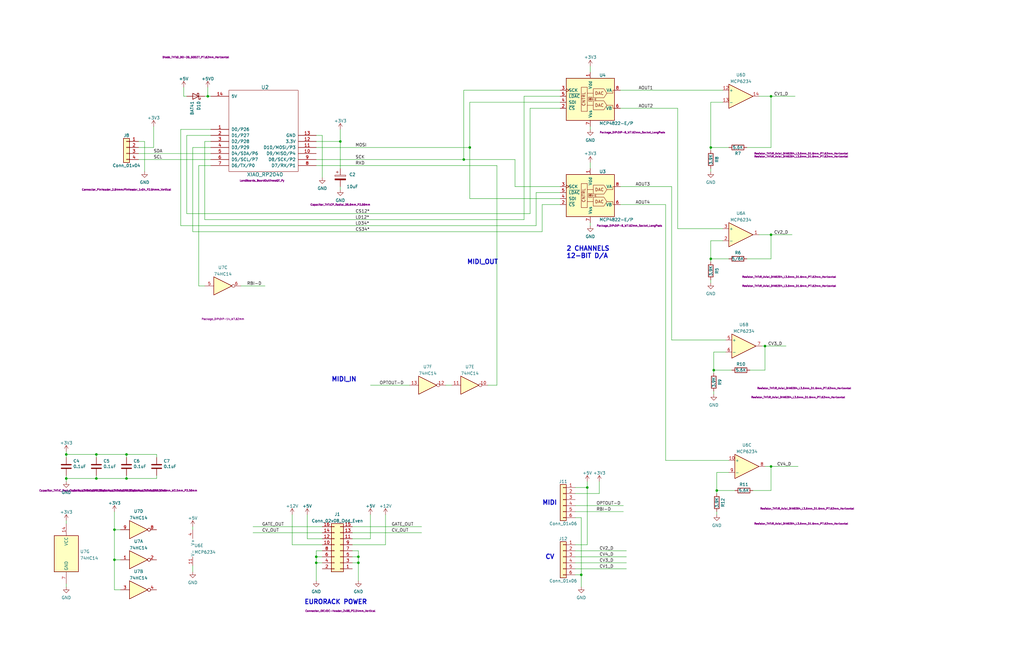
<source format=kicad_sch>
(kicad_sch (version 20211123) (generator eeschema)
  (paper "B")
  (title_block (title "SYNTH MIDI CONTROLLER") (date "2022-09-23") (rev "1") (company "LAND BOARDS LLC") (comment 1 "https://note.com/solder_state/n/n17e028497eba"))
  (lib_symbols
    (symbol "74xx:74HC04"
      (property "Reference" "U" (at 0 1.27 0))
      (property "Value" "74HC04" (at 0 -1.27 0))
      (symbol "74HC04_1_0"
        (polyline (pts (xy -3.81 3.81) (xy -3.81 -3.81) (xy 3.81 0) (xy -3.81 3.81)) (stroke (width 0.254)) (fill (type background)))
        (pin input line (at -7.62 0 0) (length 3.81) (name "~") (number "1"))
        (pin output inverted (at 7.62 0 180) (length 3.81) (name "~") (number "2"))
      )
      (symbol "74HC04_2_0"
        (polyline (pts (xy -3.81 3.81) (xy -3.81 -3.81) (xy 3.81 0) (xy -3.81 3.81)) (stroke (width 0.254)) (fill (type background)))
        (pin input line (at -7.62 0 0) (length 3.81) (name "~") (number "3"))
        (pin output inverted (at 7.62 0 180) (length 3.81) (name "~") (number "4"))
      )
      (symbol "74HC04_3_0"
        (polyline (pts (xy -3.81 3.81) (xy -3.81 -3.81) (xy 3.81 0) (xy -3.81 3.81)) (stroke (width 0.254)) (fill (type background)))
        (pin input line (at -7.62 0 0) (length 3.81) (name "~") (number "5"))
        (pin output inverted (at 7.62 0 180) (length 3.81) (name "~") (number "6"))
      )
      (symbol "74HC04_4_0"
        (polyline (pts (xy -3.81 3.81) (xy -3.81 -3.81) (xy 3.81 0) (xy -3.81 3.81)) (stroke (width 0.254)) (fill (type background)))
        (pin output inverted (at 7.62 0 180) (length 3.81) (name "~") (number "8"))
        (pin input line (at -7.62 0 0) (length 3.81) (name "~") (number "9"))
      )
      (symbol "74HC04_5_0"
        (polyline (pts (xy -3.81 3.81) (xy -3.81 -3.81) (xy 3.81 0) (xy -3.81 3.81)) (stroke (width 0.254)) (fill (type background)))
        (pin output inverted (at 7.62 0 180) (length 3.81) (name "~") (number "10"))
        (pin input line (at -7.62 0 0) (length 3.81) (name "~") (number "11"))
      )
      (symbol "74HC04_6_0"
        (polyline (pts (xy -3.81 3.81) (xy -3.81 -3.81) (xy 3.81 0) (xy -3.81 3.81)) (stroke (width 0.254)) (fill (type background)))
        (pin output inverted (at 7.62 0 180) (length 3.81) (name "~") (number "12"))
        (pin input line (at -7.62 0 0) (length 3.81) (name "~") (number "13"))
      )
      (symbol "74HC04_7_0"
        (pin power_in line (at 0 12.7 270) (length 5.08) (name "VCC") (number "14"))
        (pin power_in line (at 0 -12.7 90) (length 5.08) (name "GND") (number "7"))
      )
      (symbol "74HC04_7_1"
        (rectangle (start -5.08 7.62) (end 5.08 -7.62) (stroke (width 0.254)) (fill (type background)))
      )
    )
    (symbol "Amplifier_Operational:MCP6004" (pin_names (offset 0.127))
      (property "Reference" "U" (at 0 5.08 0))
      (property "Value" "MCP6004" (at 0 -5.08 0))
      (symbol "MCP6004_1_1"
        (polyline (pts (xy -5.08 5.08) (xy 5.08 0) (xy -5.08 -5.08) (xy -5.08 5.08)) (stroke (width 0.254)) (fill (type background)))
        (pin output line (at 7.62 0 180) (length 2.54) (name "~") (number "1"))
        (pin input line (at -7.62 -2.54 0) (length 2.54) (name "-") (number "2"))
        (pin input line (at -7.62 2.54 0) (length 2.54) (name "+") (number "3"))
      )
      (symbol "MCP6004_2_1"
        (polyline (pts (xy -5.08 5.08) (xy 5.08 0) (xy -5.08 -5.08) (xy -5.08 5.08)) (stroke (width 0.254)) (fill (type background)))
        (pin input line (at -7.62 2.54 0) (length 2.54) (name "+") (number "5"))
        (pin input line (at -7.62 -2.54 0) (length 2.54) (name "-") (number "6"))
        (pin output line (at 7.62 0 180) (length 2.54) (name "~") (number "7"))
      )
      (symbol "MCP6004_3_1"
        (polyline (pts (xy -5.08 5.08) (xy 5.08 0) (xy -5.08 -5.08) (xy -5.08 5.08)) (stroke (width 0.254)) (fill (type background)))
        (pin input line (at -7.62 2.54 0) (length 2.54) (name "+") (number "10"))
        (pin output line (at 7.62 0 180) (length 2.54) (name "~") (number "8"))
        (pin input line (at -7.62 -2.54 0) (length 2.54) (name "-") (number "9"))
      )
      (symbol "MCP6004_4_1"
        (polyline (pts (xy -5.08 5.08) (xy 5.08 0) (xy -5.08 -5.08) (xy -5.08 5.08)) (stroke (width 0.254)) (fill (type background)))
        (pin input line (at -7.62 2.54 0) (length 2.54) (name "+") (number "12"))
        (pin input line (at -7.62 -2.54 0) (length 2.54) (name "-") (number "13"))
        (pin output line (at 7.62 0 180) (length 2.54) (name "~") (number "14"))
      )
      (symbol "MCP6004_5_1"
        (pin power_in line (at -2.54 -7.62 90) (length 3.81) (name "V-") (number "11"))
        (pin power_in line (at -2.54 7.62 270) (length 3.81) (name "V+") (number "4"))
      )
    )
    (symbol "Analog_DAC:MCP4822" (pin_names (offset 1.016))
      (property "Reference" "U" (at -2.54 10.795 0))
      (property "Value" "MCP4822" (at -2.54 8.89 0))
      (symbol "MCP4822_0_0"
        (polyline (pts (xy 0 -1.778) (xy 0 -0.635)))
        (polyline (pts (xy 0.381 -0.889) (xy 0.508 -0.762)))
        (polyline (pts (xy 2.286 -1.143) (xy 2.286 -1.905)))
        (polyline (pts (xy 0.381 -0.889) (xy -0.381 -0.889) (xy -0.508 -1.016)))
        (polyline (pts (xy 0.762 -1.27) (xy 2.286 -1.27) (xy 2.286 -0.762)))
        (polyline (pts (xy 0 -0.889) (xy 0.508 -1.397) (xy -0.508 -1.397) (xy 0 -0.889)))
        (polyline (pts (xy 6.985 -3.81) (xy 9.525 -3.81) (xy 9.525 -5.08) (xy 10.16 -5.08)))
        (polyline (pts (xy 6.985 1.27) (xy 9.525 1.27) (xy 9.525 2.54) (xy 10.16 2.54)))
        (rectangle (start 0.762 -0.381) (end -0.762 -2.032))
        (text "CNTRL" (at -2.032 -4.191 900) (effects (font (size 1.27 1.27)) (justify left bottom)))
        (text "DAC" (at 3.81 -3.81 0) (effects (font (size 1.27 1.27))))
        (text "DAC" (at 3.81 1.27 0) (effects (font (size 1.27 1.27))))
      )
      (symbol "MCP4822_0_1"
        (rectangle (start -10.16 7.62) (end 10.16 -10.16) (stroke (width 0.254)) (fill (type background)))
        (rectangle (start -1.27 -6.35) (end -3.81 3.81))
        (polyline (pts (xy 1.27 -3.81) (xy -1.27 -3.81)))
        (polyline (pts (xy 1.27 1.27) (xy -1.27 1.27)))
        (polyline (pts (xy 6.985 -3.81) (xy 5.715 -1.905) (xy 1.27 -1.905) (xy 1.27 -5.715) (xy 5.715 -5.715) (xy 6.985 -3.81)))
        (polyline (pts (xy 6.985 1.27) (xy 5.715 3.175) (xy 1.27 3.175) (xy 1.27 -0.635) (xy 5.715 -0.635) (xy 6.985 1.27)))
      )
      (symbol "MCP4822_1_1"
        (pin power_in line (at 0 10.16 270) (length 2.54) (name "Vdd") (number "1"))
        (pin input line (at -12.7 -5.08 0) (length 2.54) (name "~{CS}") (number "2"))
        (pin input clock (at -12.7 2.54 0) (length 2.54) (name "SCK") (number "3"))
        (pin input line (at -12.7 -2.54 0) (length 2.54) (name "SDI") (number "4"))
        (pin input line (at -12.7 0 0) (length 2.54) (name "~{LDAC}") (number "5"))
        (pin output line (at 12.7 -5.08 180) (length 2.54) (name "VB") (number "6"))
        (pin power_in line (at 0 -12.7 90) (length 2.54) (name "Vss") (number "7"))
        (pin output line (at 12.7 2.54 180) (length 2.54) (name "VA") (number "8"))
      )
    )
    (symbol "Connector_Generic:Conn_01x04" (pin_names (offset 1.016) hide)
      (property "Reference" "J" (at 0 5.08 0))
      (property "Value" "Conn_01x04" (at 0 -7.62 0))
      (symbol "Conn_01x04_1_1"
        (rectangle (start -1.27 -4.953) (end 0 -5.207) (stroke (width 0.1524)))
        (rectangle (start -1.27 -2.413) (end 0 -2.667) (stroke (width 0.1524)))
        (rectangle (start -1.27 0.127) (end 0 -0.127) (stroke (width 0.1524)))
        (rectangle (start -1.27 2.667) (end 0 2.413) (stroke (width 0.1524)))
        (rectangle (start -1.27 3.81) (end 1.27 -6.35) (stroke (width 0.254)) (fill (type background)))
        (pin passive line (at -5.08 2.54 0) (length 3.81) (name "Pin_1") (number "1"))
        (pin passive line (at -5.08 0 0) (length 3.81) (name "Pin_2") (number "2"))
        (pin passive line (at -5.08 -2.54 0) (length 3.81) (name "Pin_3") (number "3"))
        (pin passive line (at -5.08 -5.08 0) (length 3.81) (name "Pin_4") (number "4"))
      )
    )
    (symbol "Connector_Generic:Conn_01x06" (pin_names (offset 1.016) hide)
      (property "Reference" "J" (at 0 7.62 0))
      (property "Value" "Conn_01x06" (at 0 -10.16 0))
      (symbol "Conn_01x06_1_1"
        (rectangle (start -1.27 -7.493) (end 0 -7.747) (stroke (width 0.1524)))
        (rectangle (start -1.27 -4.953) (end 0 -5.207) (stroke (width 0.1524)))
        (rectangle (start -1.27 -2.413) (end 0 -2.667) (stroke (width 0.1524)))
        (rectangle (start -1.27 0.127) (end 0 -0.127) (stroke (width 0.1524)))
        (rectangle (start -1.27 2.667) (end 0 2.413) (stroke (width 0.1524)))
        (rectangle (start -1.27 5.207) (end 0 4.953) (stroke (width 0.1524)))
        (rectangle (start -1.27 6.35) (end 1.27 -8.89) (stroke (width 0.254)) (fill (type background)))
        (pin passive line (at -5.08 5.08 0) (length 3.81) (name "Pin_1") (number "1"))
        (pin passive line (at -5.08 2.54 0) (length 3.81) (name "Pin_2") (number "2"))
        (pin passive line (at -5.08 0 0) (length 3.81) (name "Pin_3") (number "3"))
        (pin passive line (at -5.08 -2.54 0) (length 3.81) (name "Pin_4") (number "4"))
        (pin passive line (at -5.08 -5.08 0) (length 3.81) (name "Pin_5") (number "5"))
        (pin passive line (at -5.08 -7.62 0) (length 3.81) (name "Pin_6") (number "6"))
      )
    )
    (symbol "Connector_Generic:Conn_02x08_Odd_Even" (pin_names (offset 1.016) hide)
      (property "Reference" "J" (at 1.27 10.16 0))
      (property "Value" "Conn_02x08_Odd_Even" (at 1.27 -12.7 0))
      (symbol "Conn_02x08_Odd_Even_1_1"
        (rectangle (start -1.27 -10.033) (end 0 -10.287) (stroke (width 0.1524)))
        (rectangle (start -1.27 -7.493) (end 0 -7.747) (stroke (width 0.1524)))
        (rectangle (start -1.27 -4.953) (end 0 -5.207) (stroke (width 0.1524)))
        (rectangle (start -1.27 -2.413) (end 0 -2.667) (stroke (width 0.1524)))
        (rectangle (start -1.27 0.127) (end 0 -0.127) (stroke (width 0.1524)))
        (rectangle (start -1.27 2.667) (end 0 2.413) (stroke (width 0.1524)))
        (rectangle (start -1.27 5.207) (end 0 4.953) (stroke (width 0.1524)))
        (rectangle (start -1.27 7.747) (end 0 7.493) (stroke (width 0.1524)))
        (rectangle (start -1.27 8.89) (end 3.81 -11.43) (stroke (width 0.254)) (fill (type background)))
        (rectangle (start 3.81 -10.033) (end 2.54 -10.287) (stroke (width 0.1524)))
        (rectangle (start 3.81 -7.493) (end 2.54 -7.747) (stroke (width 0.1524)))
        (rectangle (start 3.81 -4.953) (end 2.54 -5.207) (stroke (width 0.1524)))
        (rectangle (start 3.81 -2.413) (end 2.54 -2.667) (stroke (width 0.1524)))
        (rectangle (start 3.81 0.127) (end 2.54 -0.127) (stroke (width 0.1524)))
        (rectangle (start 3.81 2.667) (end 2.54 2.413) (stroke (width 0.1524)))
        (rectangle (start 3.81 5.207) (end 2.54 4.953) (stroke (width 0.1524)))
        (rectangle (start 3.81 7.747) (end 2.54 7.493) (stroke (width 0.1524)))
        (pin passive line (at -5.08 7.62 0) (length 3.81) (name "Pin_1") (number "1"))
        (pin passive line (at 7.62 -2.54 180) (length 3.81) (name "Pin_10") (number "10"))
        (pin passive line (at -5.08 -5.08 0) (length 3.81) (name "Pin_11") (number "11"))
        (pin passive line (at 7.62 -5.08 180) (length 3.81) (name "Pin_12") (number "12"))
        (pin passive line (at -5.08 -7.62 0) (length 3.81) (name "Pin_13") (number "13"))
        (pin passive line (at 7.62 -7.62 180) (length 3.81) (name "Pin_14") (number "14"))
        (pin passive line (at -5.08 -10.16 0) (length 3.81) (name "Pin_15") (number "15"))
        (pin passive line (at 7.62 -10.16 180) (length 3.81) (name "Pin_16") (number "16"))
        (pin passive line (at 7.62 7.62 180) (length 3.81) (name "Pin_2") (number "2"))
        (pin passive line (at -5.08 5.08 0) (length 3.81) (name "Pin_3") (number "3"))
        (pin passive line (at 7.62 5.08 180) (length 3.81) (name "Pin_4") (number "4"))
        (pin passive line (at -5.08 2.54 0) (length 3.81) (name "Pin_5") (number "5"))
        (pin passive line (at 7.62 2.54 180) (length 3.81) (name "Pin_6") (number "6"))
        (pin passive line (at -5.08 0 0) (length 3.81) (name "Pin_7") (number "7"))
        (pin passive line (at 7.62 0 180) (length 3.81) (name "Pin_8") (number "8"))
        (pin passive line (at -5.08 -2.54 0) (length 3.81) (name "Pin_9") (number "9"))
      )
    )
    (symbol "Device:C" (pin_numbers hide) (pin_names (offset 0.254))
      (property "Reference" "C" (at 0.635 2.54 0))
      (property "Value" "C" (at 0.635 -2.54 0))
      (symbol "C_0_1"
        (polyline (pts (xy -2.032 -0.762) (xy 2.032 -0.762)) (stroke (width 0.508)))
        (polyline (pts (xy -2.032 0.762) (xy 2.032 0.762)) (stroke (width 0.508)))
      )
      (symbol "C_1_1"
        (pin passive line (at 0 3.81 270) (length 2.794) (name "~") (number "1"))
        (pin passive line (at 0 -3.81 90) (length 2.794) (name "~") (number "2"))
      )
    )
    (symbol "Device:C_Polarized" (pin_numbers hide) (pin_names (offset 0.254))
      (property "Reference" "C" (at 0.635 2.54 0))
      (property "Value" "C_Polarized" (at 0.635 -2.54 0))
      (symbol "C_Polarized_0_1"
        (rectangle (start -2.286 0.508) (end 2.286 1.016))
        (polyline (pts (xy -1.778 2.286) (xy -0.762 2.286)))
        (polyline (pts (xy -1.27 2.794) (xy -1.27 1.778)))
        (rectangle (start 2.286 -0.508) (end -2.286 -1.016) (fill (type outline)))
      )
      (symbol "C_Polarized_1_1"
        (pin passive line (at 0 3.81 270) (length 2.794) (name "~") (number "1"))
        (pin passive line (at 0 -3.81 90) (length 2.794) (name "~") (number "2"))
      )
    )
    (symbol "Device:D_Schottky" (pin_numbers hide) (pin_names (offset 1.016) hide)
      (property "Reference" "D" (at 0 2.54 0))
      (property "Value" "D_Schottky" (at 0 -2.54 0))
      (symbol "D_Schottky_0_1"
        (polyline (pts (xy 1.27 0) (xy -1.27 0)))
        (polyline (pts (xy 1.27 1.27) (xy 1.27 -1.27) (xy -1.27 0) (xy 1.27 1.27)) (stroke (width 0.254)))
        (polyline (pts (xy -1.905 0.635) (xy -1.905 1.27) (xy -1.27 1.27) (xy -1.27 -1.27) (xy -0.635 -1.27) (xy -0.635 -0.635)) (stroke (width 0.254)))
      )
      (symbol "D_Schottky_1_1"
        (pin passive line (at -3.81 0 0) (length 2.54) (name "K") (number "1"))
        (pin passive line (at 3.81 0 180) (length 2.54) (name "A") (number "2"))
      )
    )
    (symbol "Device:R" (pin_numbers hide) (pin_names (offset 0))
      (property "Reference" "R" (at 2.032 0 90))
      (property "Value" "R" (at 0 0 90))
      (symbol "R_0_1"
        (rectangle (start -1.016 -2.54) (end 1.016 2.54) (stroke (width 0.254)))
      )
      (symbol "R_1_1"
        (pin passive line (at 0 3.81 270) (length 1.27) (name "~") (number "1"))
        (pin passive line (at 0 -3.81 90) (length 1.27) (name "~") (number "2"))
      )
    )
    (symbol "LandBoards_Cards:XIAO_RP2040" (pin_names (offset 1.016))
      (property "Reference" "BRD" (at 0 25.4 0))
      (property "Value" "XIAO_RP2040" (at 0 -11.43 0))
      (symbol "XIAO_RP2040_0_0"
        (rectangle (start -15.24 24.13) (end 13.97 -10.16))
      )
      (symbol "XIAO_RP2040_1_1"
        (pin bidirectional line (at -22.86 7.62 0) (length 7.62) (name "D0/P26") (number "1"))
        (pin bidirectional line (at 21.59 -2.54 180) (length 7.62) (name "D9/MISO/P4") (number "10"))
        (pin bidirectional line (at 21.59 0 180) (length 7.62) (name "D10/MOSI/P3") (number "11"))
        (pin power_out line (at 21.59 2.54 180) (length 7.62) (name "3.3V") (number "12"))
        (pin power_in line (at 21.59 5.08 180) (length 7.62) (name "GND") (number "13"))
        (pin power_in line (at -22.86 21.59 0) (length 7.62) (name "5V") (number "14"))
        (pin bidirectional line (at -22.86 5.08 0) (length 7.62) (name "D1/P27") (number "2"))
        (pin bidirectional line (at -22.86 2.54 0) (length 7.62) (name "D2/P28") (number "3"))
        (pin bidirectional line (at -22.86 0 0) (length 7.62) (name "D3/P29") (number "4"))
        (pin bidirectional line (at -22.86 -2.54 0) (length 7.62) (name "D4/SDA/P6") (number "5"))
        (pin bidirectional line (at -22.86 -5.08 0) (length 7.62) (name "D5/SCL/P7") (number "6"))
        (pin bidirectional line (at -22.86 -7.62 0) (length 7.62) (name "D6/TX/P0") (number "7"))
        (pin bidirectional line (at 21.59 -7.62 180) (length 7.62) (name "D7/RX/P1") (number "8"))
        (pin bidirectional line (at 21.59 -5.08 180) (length 7.62) (name "D8/SCK/P2") (number "9"))
      )
    )
    (symbol "power:+12V" (power) (pin_names (offset 0))
      (property "Value" "+12V" (at 0 3.556 0))
      (symbol "+12V_0_1"
        (polyline (pts (xy -0.762 1.27) (xy 0 2.54)))
        (polyline (pts (xy 0 0) (xy 0 2.54)))
        (polyline (pts (xy 0 2.54) (xy 0.762 1.27)))
      )
      (symbol "+12V_1_1"
        (pin power_in line (at 0 0 90) (length 0) hide (name "+12V") (number "1"))
      )
    )
    (symbol "power:+3.3V" (power) (pin_names (offset 0))
      (property "Value" "+3.3V" (at 0 3.556 0))
      (symbol "+3.3V_0_1"
        (polyline (pts (xy -0.762 1.27) (xy 0 2.54)))
        (polyline (pts (xy 0 0) (xy 0 2.54)))
        (polyline (pts (xy 0 2.54) (xy 0.762 1.27)))
      )
      (symbol "+3.3V_1_1"
        (pin power_in line (at 0 0 90) (length 0) hide (name "+3V3") (number "1"))
      )
    )
    (symbol "power:+5V" (power) (pin_names (offset 0))
      (property "Value" "+5V" (at 0 3.556 0))
      (symbol "+5V_0_1"
        (polyline (pts (xy -0.762 1.27) (xy 0 2.54)))
        (polyline (pts (xy 0 0) (xy 0 2.54)))
        (polyline (pts (xy 0 2.54) (xy 0.762 1.27)))
      )
      (symbol "+5V_1_1"
        (pin power_in line (at 0 0 90) (length 0) hide (name "+5V") (number "1"))
      )
    )
    (symbol "power:+5VD" (power) (pin_names (offset 0))
      (property "Value" "+5VD" (at 0 3.556 0))
      (symbol "+5VD_0_1"
        (polyline (pts (xy -0.762 1.27) (xy 0 2.54)))
        (polyline (pts (xy 0 0) (xy 0 2.54)))
        (polyline (pts (xy 0 2.54) (xy 0.762 1.27)))
      )
      (symbol "+5VD_1_1"
        (pin power_in line (at 0 0 90) (length 0) hide (name "+5VD") (number "1"))
      )
    )
    (symbol "power:GND" (power) (pin_names (offset 0))
      (property "Value" "GND" (at 0 -3.81 0))
      (symbol "GND_0_1"
        (polyline (pts (xy 0 0) (xy 0 -1.27) (xy 1.27 -1.27) (xy 0 -2.54) (xy -1.27 -1.27) (xy 0 -1.27)))
      )
      (symbol "GND_1_1"
        (pin power_in line (at 0 0 270) (length 0) hide (name "GND") (number "1"))
      )
    )
  )
  (junction (at 245.11 242.57))
  (junction (at 300.99 156.21))
  (junction (at 151.13 237.49))
  (junction (at 40.64 191.77))
  (junction (at 133.35 234.95))
  (junction (at 40.64 201.93))
  (junction (at 87.63 40.64))
  (junction (at 143.51 59.69))
  (junction (at 198.12 62.23))
  (junction (at 27.94 191.77))
  (junction (at 53.34 191.77))
  (junction (at 48.26 223.52))
  (junction (at 299.72 62.23))
  (junction (at 325.12 99.06))
  (junction (at 151.13 234.95))
  (junction (at 322.58 146.05))
  (junction (at 325.12 196.85))
  (junction (at 302.26 207.01))
  (junction (at 133.35 237.49))
  (junction (at 27.94 201.93))
  (junction (at 195.58 67.31))
  (junction (at 48.26 236.22))
  (junction (at 247.65 205.74))
  (junction (at 299.72 109.22))
  (junction (at 325.12 40.64))
  (junction (at 53.34 201.93))
  (wire (pts (xy 283.21 78.74) (xy 283.21 143.51)))
  (wire (pts (xy 87.63 40.64) (xy 88.9 40.64)))
  (wire (pts (xy 88.9 57.15) (xy 78.74 57.15)))
  (wire (pts (xy 123.19 217.17) (xy 123.19 229.87)))
  (wire (pts (xy 151.13 234.95) (xy 151.13 237.49)))
  (wire (pts (xy 48.26 236.22) (xy 50.8 236.22)))
  (wire (pts (xy 133.35 59.69) (xy 143.51 59.69)))
  (wire (pts (xy 148.59 229.87) (xy 162.56 229.87)))
  (wire (pts (xy 322.58 156.21) (xy 322.58 146.05)))
  (wire (pts (xy 308.61 156.21) (xy 300.99 156.21)))
  (wire (pts (xy 60.96 59.69) (xy 60.96 72.39)))
  (wire (pts (xy 261.62 86.36) (xy 280.67 86.36)))
  (wire (pts (xy 299.72 109.22) (xy 299.72 101.6)))
  (wire (pts (xy 53.34 191.77) (xy 66.04 191.77)))
  (wire (pts (xy 81.28 238.76) (xy 81.28 241.3)))
  (wire (pts (xy 40.64 201.93) (xy 27.94 201.93)))
  (wire (pts (xy 101.6 120.65) (xy 111.76 120.65)))
  (wire (pts (xy 248.92 93.98) (xy 248.92 95.25)))
  (wire (pts (xy 325.12 196.85) (xy 336.55 196.85)))
  (wire (pts (xy 27.94 190.5) (xy 27.94 191.77)))
  (wire (pts (xy 242.57 205.74) (xy 247.65 205.74)))
  (wire (pts (xy 148.59 222.25) (xy 177.8 222.25)))
  (wire (pts (xy 27.94 191.77) (xy 27.94 193.04)))
  (wire (pts (xy 242.57 234.95) (xy 264.16 234.95)))
  (wire (pts (xy 86.36 40.64) (xy 87.63 40.64)))
  (wire (pts (xy 86.36 59.69) (xy 86.36 92.71)))
  (wire (pts (xy 27.94 246.38) (xy 27.94 247.65)))
  (wire (pts (xy 261.62 78.74) (xy 283.21 78.74)))
  (wire (pts (xy 309.88 207.01) (xy 302.26 207.01)))
  (wire (pts (xy 307.34 109.22) (xy 299.72 109.22)))
  (wire (pts (xy 247.65 205.74) (xy 247.65 229.87)))
  (wire (pts (xy 242.57 213.36) (xy 262.89 213.36)))
  (wire (pts (xy 162.56 217.17) (xy 162.56 229.87)))
  (wire (pts (xy 236.22 86.36) (xy 228.6 86.36)))
  (wire (pts (xy 322.58 146.05) (xy 331.47 146.05)))
  (wire (pts (xy 223.52 45.72) (xy 223.52 90.17)))
  (wire (pts (xy 135.89 229.87) (xy 123.19 229.87)))
  (wire (pts (xy 40.64 191.77) (xy 53.34 191.77)))
  (wire (pts (xy 78.74 57.15) (xy 78.74 90.17)))
  (wire (pts (xy 77.47 36.83) (xy 77.47 40.64)))
  (wire (pts (xy 317.5 207.01) (xy 325.12 207.01)))
  (wire (pts (xy 148.59 232.41) (xy 151.13 232.41)))
  (wire (pts (xy 48.26 236.22) (xy 48.26 248.92)))
  (wire (pts (xy 53.34 200.66) (xy 53.34 201.93)))
  (wire (pts (xy 86.36 59.69) (xy 88.9 59.69)))
  (wire (pts (xy 48.26 215.9) (xy 48.26 223.52)))
  (wire (pts (xy 248.92 68.58) (xy 248.92 71.12)))
  (wire (pts (xy 299.72 118.11) (xy 299.72 119.38)))
  (wire (pts (xy 299.72 101.6) (xy 304.8 101.6)))
  (wire (pts (xy 66.04 201.93) (xy 53.34 201.93)))
  (wire (pts (xy 217.17 67.31) (xy 195.58 67.31)))
  (wire (pts (xy 77.47 40.64) (xy 78.74 40.64)))
  (wire (pts (xy 83.82 69.85) (xy 83.82 120.65)))
  (wire (pts (xy 106.68 222.25) (xy 135.89 222.25)))
  (wire (pts (xy 314.96 62.23) (xy 325.12 62.23)))
  (wire (pts (xy 321.31 146.05) (xy 322.58 146.05)))
  (wire (pts (xy 135.89 232.41) (xy 133.35 232.41)))
  (wire (pts (xy 198.12 83.82) (xy 198.12 62.23)))
  (wire (pts (xy 50.8 248.92) (xy 48.26 248.92)))
  (wire (pts (xy 322.58 196.85) (xy 325.12 196.85)))
  (wire (pts (xy 48.26 223.52) (xy 48.26 236.22)))
  (wire (pts (xy 245.11 242.57) (xy 242.57 242.57)))
  (wire (pts (xy 228.6 86.36) (xy 228.6 97.79)))
  (wire (pts (xy 242.57 232.41) (xy 264.16 232.41)))
  (wire (pts (xy 135.89 227.33) (xy 129.54 227.33)))
  (wire (pts (xy 133.35 237.49) (xy 135.89 237.49)))
  (wire (pts (xy 242.57 215.9) (xy 262.89 215.9)))
  (wire (pts (xy 299.72 43.18) (xy 304.8 43.18)))
  (wire (pts (xy 283.21 143.51) (xy 306.07 143.51)))
  (wire (pts (xy 325.12 40.64) (xy 335.28 40.64)))
  (wire (pts (xy 280.67 86.36) (xy 280.67 194.31)))
  (wire (pts (xy 242.57 237.49) (xy 264.16 237.49)))
  (wire (pts (xy 40.64 200.66) (xy 40.64 201.93)))
  (wire (pts (xy 83.82 120.65) (xy 86.36 120.65)))
  (wire (pts (xy 58.42 59.69) (xy 60.96 59.69)))
  (wire (pts (xy 285.75 96.52) (xy 304.8 96.52)))
  (wire (pts (xy 66.04 200.66) (xy 66.04 201.93)))
  (wire (pts (xy 27.94 201.93) (xy 27.94 200.66)))
  (wire (pts (xy 133.35 67.31) (xy 195.58 67.31)))
  (wire (pts (xy 151.13 232.41) (xy 151.13 234.95)))
  (wire (pts (xy 242.57 240.03) (xy 264.16 240.03)))
  (wire (pts (xy 299.72 62.23) (xy 299.72 63.5)))
  (wire (pts (xy 236.22 83.82) (xy 198.12 83.82)))
  (wire (pts (xy 53.34 201.93) (xy 40.64 201.93)))
  (wire (pts (xy 300.99 148.59) (xy 306.07 148.59)))
  (wire (pts (xy 133.35 69.85) (xy 209.55 69.85)))
  (wire (pts (xy 148.59 224.79) (xy 177.8 224.79)))
  (wire (pts (xy 220.98 92.71) (xy 220.98 40.64)))
  (wire (pts (xy 87.63 36.83) (xy 87.63 40.64)))
  (wire (pts (xy 58.42 64.77) (xy 88.9 64.77)))
  (wire (pts (xy 242.57 218.44) (xy 245.11 218.44)))
  (wire (pts (xy 280.67 194.31) (xy 307.34 194.31)))
  (wire (pts (xy 325.12 99.06) (xy 334.01 99.06)))
  (wire (pts (xy 247.65 229.87) (xy 242.57 229.87)))
  (wire (pts (xy 325.12 62.23) (xy 325.12 40.64)))
  (wire (pts (xy 299.72 71.12) (xy 299.72 72.39)))
  (wire (pts (xy 302.26 199.39) (xy 307.34 199.39)))
  (wire (pts (xy 195.58 38.1) (xy 195.58 67.31)))
  (wire (pts (xy 133.35 232.41) (xy 133.35 234.95)))
  (wire (pts (xy 245.11 242.57) (xy 245.11 247.65)))
  (wire (pts (xy 133.35 57.15) (xy 135.89 57.15)))
  (wire (pts (xy 261.62 38.1) (xy 304.8 38.1)))
  (wire (pts (xy 27.94 191.77) (xy 40.64 191.77)))
  (wire (pts (xy 252.73 203.2) (xy 252.73 208.28)))
  (wire (pts (xy 86.36 92.71) (xy 220.98 92.71)))
  (wire (pts (xy 325.12 207.01) (xy 325.12 196.85)))
  (wire (pts (xy 78.74 90.17) (xy 223.52 90.17)))
  (wire (pts (xy 81.28 222.25) (xy 81.28 223.52)))
  (wire (pts (xy 242.57 208.28) (xy 252.73 208.28)))
  (wire (pts (xy 198.12 43.18) (xy 236.22 43.18)))
  (wire (pts (xy 302.26 215.9) (xy 302.26 217.17)))
  (wire (pts (xy 217.17 78.74) (xy 217.17 67.31)))
  (wire (pts (xy 143.51 80.01) (xy 143.51 78.74)))
  (wire (pts (xy 48.26 223.52) (xy 50.8 223.52)))
  (wire (pts (xy 220.98 40.64) (xy 236.22 40.64)))
  (wire (pts (xy 76.2 95.25) (xy 226.06 95.25)))
  (wire (pts (xy 223.52 45.72) (xy 236.22 45.72)))
  (wire (pts (xy 248.92 53.34) (xy 248.92 54.61)))
  (wire (pts (xy 76.2 54.61) (xy 76.2 95.25)))
  (wire (pts (xy 300.99 156.21) (xy 300.99 148.59)))
  (wire (pts (xy 133.35 237.49) (xy 133.35 245.11)))
  (wire (pts (xy 325.12 109.22) (xy 325.12 99.06)))
  (wire (pts (xy 226.06 95.25) (xy 226.06 81.28)))
  (wire (pts (xy 314.96 109.22) (xy 325.12 109.22)))
  (wire (pts (xy 156.21 227.33) (xy 156.21 217.17)))
  (wire (pts (xy 187.96 162.56) (xy 190.5 162.56)))
  (wire (pts (xy 245.11 218.44) (xy 245.11 242.57)))
  (wire (pts (xy 247.65 205.74) (xy 247.65 203.2)))
  (wire (pts (xy 27.94 201.93) (xy 27.94 203.2)))
  (wire (pts (xy 151.13 237.49) (xy 151.13 245.11)))
  (wire (pts (xy 316.23 156.21) (xy 322.58 156.21)))
  (wire (pts (xy 40.64 191.77) (xy 40.64 193.04)))
  (wire (pts (xy 66.04 193.04) (xy 66.04 191.77)))
  (wire (pts (xy 53.34 191.77) (xy 53.34 193.04)))
  (wire (pts (xy 156.21 162.56) (xy 172.72 162.56)))
  (wire (pts (xy 302.26 207.01) (xy 302.26 208.28)))
  (wire (pts (xy 81.28 62.23) (xy 88.9 62.23)))
  (wire (pts (xy 133.35 234.95) (xy 135.89 234.95)))
  (wire (pts (xy 143.51 54.61) (xy 143.51 59.69)))
  (wire (pts (xy 299.72 109.22) (xy 299.72 110.49)))
  (wire (pts (xy 320.04 40.64) (xy 325.12 40.64)))
  (wire (pts (xy 133.35 234.95) (xy 133.35 237.49)))
  (wire (pts (xy 148.59 237.49) (xy 151.13 237.49)))
  (wire (pts (xy 106.68 224.79) (xy 135.89 224.79)))
  (wire (pts (xy 88.9 54.61) (xy 76.2 54.61)))
  (wire (pts (xy 300.99 165.1) (xy 300.99 166.37)))
  (wire (pts (xy 302.26 207.01) (xy 302.26 199.39)))
  (wire (pts (xy 64.77 62.23) (xy 64.77 53.34)))
  (wire (pts (xy 133.35 62.23) (xy 198.12 62.23)))
  (wire (pts (xy 135.89 57.15) (xy 135.89 74.93)))
  (wire (pts (xy 236.22 78.74) (xy 217.17 78.74)))
  (wire (pts (xy 285.75 45.72) (xy 285.75 96.52)))
  (wire (pts (xy 320.04 99.06) (xy 325.12 99.06)))
  (wire (pts (xy 205.74 162.56) (xy 209.55 162.56)))
  (wire (pts (xy 261.62 45.72) (xy 285.75 45.72)))
  (wire (pts (xy 148.59 227.33) (xy 156.21 227.33)))
  (wire (pts (xy 299.72 62.23) (xy 299.72 43.18)))
  (wire (pts (xy 129.54 227.33) (xy 129.54 217.17)))
  (wire (pts (xy 58.42 62.23) (xy 64.77 62.23)))
  (wire (pts (xy 148.59 234.95) (xy 151.13 234.95)))
  (wire (pts (xy 58.42 67.31) (xy 88.9 67.31)))
  (wire (pts (xy 300.99 156.21) (xy 300.99 157.48)))
  (wire (pts (xy 209.55 69.85) (xy 209.55 162.56)))
  (wire (pts (xy 226.06 81.28) (xy 236.22 81.28)))
  (wire (pts (xy 88.9 69.85) (xy 83.82 69.85)))
  (wire (pts (xy 307.34 62.23) (xy 299.72 62.23)))
  (wire (pts (xy 248.92 27.94) (xy 248.92 30.48)))
  (wire (pts (xy 143.51 71.12) (xy 143.51 59.69)))
  (wire (pts (xy 228.6 97.79) (xy 81.28 97.79)))
  (wire (pts (xy 195.58 38.1) (xy 236.22 38.1)))
  (wire (pts (xy 81.28 97.79) (xy 81.28 62.23)))
  (wire (pts (xy 198.12 43.18) (xy 198.12 62.23)))
  (wire (pts (xy 27.94 219.71) (xy 27.94 220.98)))
  (text "MIDI_IN" (at 139.7 161.29 0) (effects (font (size 1.905 1.905) (thickness 0.381) bold) (justify left bottom)))
  (text "2 CHANNELS\n12-BIT D/A" (at 238.76 109.22 0) (effects (font (size 1.905 1.905) (thickness 0.381) bold) (justify left bottom)))
  (text "MIDI_OUT" (at 196.85 111.76 0) (effects (font (size 1.905 1.905) (thickness 0.381) bold) (justify left bottom)))
  (text "MIDI" (at 228.6 213.36 0) (effects (font (size 1.905 1.905) (thickness 0.381) bold) (justify left bottom)))
  (text "CV" (at 229.87 236.22 0) (effects (font (size 1.905 1.905) (thickness 0.381) bold) (justify left bottom)))
  (text "EURORACK POWER" (at 128.27 255.27 0) (effects (font (size 1.905 1.905) (thickness 0.381) bold) (justify left bottom)))
  (label "CS34*" (at 149.86 97.79 0))
  (label "OPTOUT-D" (at 160.02 162.56 0))
  (label "CV2_D" (at 326.39 99.06 0))
  (label "CV1_D" (at 252.73 240.03 0))
  (label "AOUT1" (at 269.24 38.1 0))
  (label "GATE_OUT" (at 110.49 222.25 0))
  (label "AOUT4" (at 267.97 86.36 0))
  (label "SCL" (at 64.77 67.31 0))
  (label "RXD" (at 149.86 69.85 0))
  (label "CV4_D" (at 252.73 234.95 0))
  (label "CV_OUT" (at 165.1 224.79 0))
  (label "AOUT3" (at 267.97 78.74 0))
  (label "RBI-D" (at 251.46 215.9 0))
  (label "LD12*" (at 149.86 92.71 0))
  (label "CV_OUT" (at 110.49 224.79 0))
  (label "AOUT2" (at 269.24 45.72 0))
  (label "MOSI" (at 149.86 62.23 0))
  (label "OPTOUT-D" (at 251.46 213.36 0))
  (label "CV3_D" (at 252.73 237.49 0))
  (label "CV4_D" (at 327.66 196.85 0))
  (label "CV3_D" (at 323.85 146.05 0))
  (label "SCK" (at 149.86 67.31 0))
  (label "CV1_D" (at 326.39 40.64 0))
  (label "CS12*" (at 149.86 90.17 0))
  (label "GATE_OUT" (at 165.1 222.25 0))
  (label "SDA" (at 64.77 64.77 0))
  (label "LD34*" (at 149.86 95.25 0))
  (label "RBI-D" (at 104.14 120.65 0))
  (label "CV2_D" (at 252.73 232.41 0))
  (symbol (lib_id "power:GND") (at 135.89 74.93 0) (unit 1)
    (property "Reference" "#PWR0105" (effects hide))
    (property "Value" "GND" (at 135.89 79.4925 0))
  )
  (symbol (lib_id "Device:R") (at 313.69 207.01 90) (unit 1)
    (property "Reference" "R11" (at 313.69 204.47 90))
    (property "Value" "5.6K" (at 313.69 207.01 90))
    (property "Footprint" "Resistor_THT:R_Axial_DIN0204_L3.6mm_D1.6mm_P7.62mm_Horizontal" (at 337.82 220.98 90) (effects (font (size 0.762 0.762))))
  )
  (symbol (lib_id "Device:R") (at 311.15 109.22 90) (unit 1)
    (property "Reference" "R6" (at 311.15 106.68 90))
    (property "Value" "5/6K" (at 311.15 109.22 90))
    (property "Footprint" "Resistor_THT:R_Axial_DIN0204_L3.6mm_D1.6mm_P7.62mm_Horizontal" (at 332.74 120.65 90) (effects (font (size 0.762 0.762))))
  )
  (symbol (lib_id "power:+3.3V") (at 252.73 203.2 0) (unit 1)
    (property "Reference" "#PWR0133" (effects hide))
    (property "Value" "+3.3V" (at 252.73 199.5955 0))
  )
  (symbol (lib_id "74xx:74HC04") (at 180.34 162.56 0) (unit 6)
    (property "Reference" "U7" (at 180.34 154.7835 0))
    (property "Value" "74HC14" (at 180.34 157.5586 0))
    (property "Footprint" "Package_DIP:DIP-14_W7.62mm" (effects hide))
    (property "Datasheet" "https://www.mouser.com/ProductDetail/595-SN74HC14AN" (effects hide))
  )
  (symbol (lib_id "Analog_DAC:MCP4822") (at 248.92 40.64 0) (unit 1)
    (property "Reference" "U4" (at 252.73 31.75 0) (effects (justify left)))
    (property "Value" "MCP4822-E/P" (at 252.73 52.07 0) (effects (justify left)))
    (property "Footprint" "Package_DIP:DIP-8_W7.62mm_Socket_LongPads" (at 266.7 55.88 0) (effects (font (size 0.762 0.762))))
  )
  (symbol (lib_id "Analog_DAC:MCP4822") (at 248.92 81.28 0) (unit 1)
    (property "Reference" "U3" (at 252.73 72.39 0) (effects (justify left)))
    (property "Value" "MCP4822-E/P" (at 252.73 92.71 0) (effects (justify left)))
    (property "Footprint" "Package_DIP:DIP-8_W7.62mm_Socket_LongPads" (at 265.43 95.25 0) (effects (font (size 0.762 0.762))))
  )
  (symbol (lib_id "power:GND") (at 133.35 245.11 0) (unit 1)
    (property "Reference" "#PWR0125" (effects hide))
    (property "Value" "GND" (at 133.35 249.6725 0))
  )
  (symbol (lib_id "Connector_Generic:Conn_01x04") (at 53.34 62.23 0) (mirror y) (unit 1)
    (property "Reference" "J8" (at 53.34 57.15 0))
    (property "Value" "Conn_01x04" (at 53.34 69.85 0))
    (property "Footprint" "Connector_PinHeader_2.54mm:PinHeader_1x04_P2.54mm_Vertical" (at 53.34 80.01 0) (effects (font (size 0.762 0.762))))
  )
  (symbol (lib_id "Amplifier_Operational:MCP6004") (at 312.42 99.06 0) (unit 1)
    (property "Reference" "U6" (at 312.42 90.0135 0))
    (property "Value" "MCP6234" (at 312.42 92.7886 0))
    (property "Footprint" "Package_DIP:DIP-14_W7.62mm" (effects hide))
  )
  (symbol (lib_id "Amplifier_Operational:MCP6004") (at 83.82 231.14 0) (unit 5)
    (property "Reference" "U6" (at 81.915 230.2315 0) (effects (justify left)))
    (property "Value" "MCP6234" (at 81.915 233.0066 0) (effects (justify left)))
    (property "Footprint" "Package_DIP:DIP-14_W7.62mm" (effects hide))
  )
  (symbol (lib_id "power:GND") (at 300.99 166.37 0) (unit 1)
    (property "Reference" "#PWR0143" (effects hide))
    (property "Value" "GND" (at 300.99 170.9325 0))
  )
  (symbol (lib_id "power:GND") (at 248.92 95.25 0) (unit 1)
    (property "Reference" "#PWR0144" (effects hide))
    (property "Value" "GND" (at 248.92 99.8125 0))
  )
  (symbol (lib_id "power:+5VD") (at 87.63 36.83 0) (unit 1)
    (property "Reference" "#PWR0119" (effects hide))
    (property "Value" "+5VD" (at 87.63 33.2255 0))
  )
  (symbol (lib_id "Device:C") (at 53.34 196.85 0) (unit 1)
    (property "Reference" "C6" (at 56.261 194.5386 0) (effects (justify left)))
    (property "Value" "0.1uF" (at 56.261 196.85 0) (effects (justify left)))
    (property "Footprint" "Capacitor_THT:C_Rect_L4.0mm_W2.5mm_P2.50mm" (at 41.91 207.01 0) (effects (font (size 0.762 0.762)) (justify left)))
  )
  (symbol (lib_id "power:+12V") (at 123.19 217.17 0) (unit 1)
    (property "Reference" "#PWR0129" (effects hide))
    (property "Value" "+12V" (at 123.19 213.5655 0))
  )
  (symbol (lib_id "Amplifier_Operational:MCP6004") (at 314.96 196.85 0) (unit 3)
    (property "Reference" "U6" (at 314.96 187.8035 0))
    (property "Value" "MCP6234" (at 314.96 190.5786 0))
    (property "Footprint" "Package_DIP:DIP-14_W7.62mm" (effects hide))
  )
  (symbol (lib_id "Device:R") (at 311.15 62.23 90) (unit 1)
    (property "Reference" "R7" (at 311.15 64.77 90))
    (property "Value" "5.6K" (at 311.15 62.23 90))
    (property "Footprint" "Resistor_THT:R_Axial_DIN0204_L3.6mm_D1.6mm_P7.62mm_Horizontal" (at 337.82 66.04 90) (effects (font (size 0.762 0.762))))
  )
  (symbol (lib_id "power:GND") (at 60.96 72.39 0) (unit 1)
    (property "Reference" "#PWR0108" (effects hide))
    (property "Value" "GND" (at 60.96 76.9525 0))
  )
  (symbol (lib_id "Device:C") (at 40.64 196.85 0) (unit 1)
    (property "Reference" "C5" (at 43.561 194.5386 0) (effects (justify left)))
    (property "Value" "0.1uF" (at 43.561 196.85 0) (effects (justify left)))
    (property "Footprint" "Capacitor_THT:C_Rect_L4.0mm_W2.5mm_P2.50mm" (at 29.21 207.01 0) (effects (font (size 0.762 0.762)) (justify left)))
  )
  (symbol (lib_id "Device:R") (at 300.99 161.29 180) (unit 1)
    (property "Reference" "R9" (at 303.53 161.29 90))
    (property "Value" "3.9K" (at 300.99 161.29 90))
    (property "Footprint" "Resistor_THT:R_Axial_DIN0204_L3.6mm_D1.6mm_P7.62mm_Horizontal" (at 339.09 163.83 0) (effects (font (size 0.762 0.762))))
  )
  (symbol (lib_id "Connector_Generic:Conn_01x06") (at 237.49 210.82 0) (mirror y) (unit 1)
    (property "Reference" "J11" (at 237.49 203.2 0))
    (property "Value" "Conn_01x06" (at 237.49 220.98 0))
    (property "Footprint" "Connector_PinHeader_2.54mm:PinHeader_1x06_P2.54mm_Vertical" (effects hide))
  )
  (symbol (lib_id "Device:R") (at 299.72 114.3 180) (unit 1)
    (property "Reference" "R5" (at 302.26 114.3 90))
    (property "Value" "3.9K" (at 299.72 114.3 90))
    (property "Footprint" "Resistor_THT:R_Axial_DIN0204_L3.6mm_D1.6mm_P7.62mm_Horizontal" (at 332.74 116.84 0) (effects (font (size 0.762 0.762))))
  )
  (symbol (lib_id "power:GND") (at 302.26 217.17 0) (unit 1)
    (property "Reference" "#PWR0146" (effects hide))
    (property "Value" "GND" (at 302.26 221.7325 0))
  )
  (symbol (lib_id "power:GND") (at 27.94 247.65 0) (unit 1)
    (property "Reference" "#PWR0141" (effects hide))
    (property "Value" "GND" (at 27.94 252.2125 0))
  )
  (symbol (lib_id "power:GND") (at 299.72 119.38 0) (unit 1)
    (property "Reference" "#PWR0109" (effects hide))
    (property "Value" "GND" (at 299.72 123.9425 0))
  )
  (symbol (lib_id "74xx:74HC04") (at 58.42 248.92 0) (unit 2)
    (property "Reference" "U7" (at 58.42 241.1435 0))
    (property "Value" "74HC14" (at 58.42 243.9186 0))
    (property "Footprint" "Package_DIP:DIP-14_W7.62mm" (effects hide))
    (property "Datasheet" "https://www.mouser.com/ProductDetail/595-SN74HC14AN" (effects hide))
  )
  (symbol (lib_id "power:+5V") (at 77.47 36.83 0) (unit 1)
    (property "Reference" "#PWR0118" (effects hide))
    (property "Value" "+5V" (at 77.47 33.2255 0))
  )
  (symbol (lib_id "Device:R") (at 299.72 67.31 180) (unit 1)
    (property "Reference" "R8" (at 302.26 67.31 90))
    (property "Value" "3.9K" (at 299.72 67.31 90))
    (property "Footprint" "Resistor_THT:R_Axial_DIN0204_L3.6mm_D1.6mm_P7.62mm_Horizontal" (at 337.82 64.77 0) (effects (font (size 0.762 0.762))))
  )
  (symbol (lib_id "Device:C") (at 27.94 196.85 0) (unit 1)
    (property "Reference" "C4" (at 30.861 194.5386 0) (effects (justify left)))
    (property "Value" "0.1uF" (at 30.861 196.85 0) (effects (justify left)))
    (property "Footprint" "Capacitor_THT:C_Rect_L4.0mm_W2.5mm_P2.50mm" (at 16.51 207.01 0) (effects (font (size 0.762 0.762)) (justify left)))
  )
  (symbol (lib_id "power:+3.3V") (at 64.77 53.34 0) (unit 1)
    (property "Reference" "#PWR0111" (effects hide))
    (property "Value" "+3.3V" (at 64.77 49.7355 0))
  )
  (symbol (lib_id "power:+3.3V") (at 27.94 190.5 0) (unit 1)
    (property "Reference" "#PWR0148" (effects hide))
    (property "Value" "+3.3V" (at 27.94 186.8955 0))
  )
  (symbol (lib_id "Device:D_Schottky") (at 82.55 40.64 180) (unit 1)
    (property "Reference" "D10" (at 83.776 42.672 90) (effects (justify left)))
    (property "Value" "BAT41" (at 81.0009 42.672 90) (effects (justify left)))
    (property "Footprint" "Diode_THT:D_DO-35_SOD27_P7.62mm_Horizontal" (at 82.55 24.13 0) (effects (font (size 0.762 0.762))))
  )
  (symbol (lib_id "74xx:74HC04") (at 58.42 223.52 0) (unit 4)
    (property "Reference" "U7" (at 58.42 215.7435 0))
    (property "Value" "74HC14" (at 58.42 218.5186 0))
    (property "Footprint" "Package_DIP:DIP-14_W7.62mm" (effects hide))
    (property "Datasheet" "https://www.mouser.com/ProductDetail/595-SN74HC14AN" (effects hide))
  )
  (symbol (lib_id "74xx:74HC04") (at 58.42 236.22 0) (unit 1)
    (property "Reference" "U7" (at 58.42 228.4435 0))
    (property "Value" "74HC14" (at 58.42 231.2186 0))
    (property "Footprint" "Package_DIP:DIP-14_W7.62mm" (effects hide))
    (property "Datasheet" "https://www.mouser.com/ProductDetail/595-SN74HC14AN" (effects hide))
  )
  (symbol (lib_id "Device:C_Polarized") (at 143.51 74.93 0) (unit 1)
    (property "Reference" "C2" (at 148.59 73.66 0))
    (property "Value" "10uF" (at 148.59 78.74 0))
    (property "Footprint" "Capacitor_THT:CP_Radial_D5.0mm_P2.50mm" (at 143.51 86.36 0) (effects (font (size 0.762 0.762))))
  )
  (symbol (lib_id "Amplifier_Operational:MCP6004") (at 313.69 146.05 0) (unit 2)
    (property "Reference" "U6" (at 313.69 137.0035 0))
    (property "Value" "MCP6234" (at 313.69 139.7786 0))
    (property "Footprint" "Package_DIP:DIP-14_W7.62mm" (effects hide))
  )
  (symbol (lib_id "Device:R") (at 302.26 212.09 180) (unit 1)
    (property "Reference" "R12" (at 304.8 212.09 90))
    (property "Value" "3.9K" (at 302.26 212.09 90))
    (property "Footprint" "Resistor_THT:R_Axial_DIN0204_L3.6mm_D1.6mm_P7.62mm_Horizontal" (at 340.36 214.63 0) (effects (font (size 0.762 0.762))))
  )
  (symbol (lib_id "power:GND") (at 143.51 80.01 0) (unit 1)
    (property "Reference" "#PWR0104" (effects hide))
    (property "Value" "GND" (at 143.51 84.5725 0))
  )
  (symbol (lib_id "power:GND") (at 151.13 245.11 0) (unit 1)
    (property "Reference" "#PWR0124" (effects hide))
    (property "Value" "GND" (at 151.13 249.6725 0))
  )
  (symbol (lib_id "power:+5V") (at 247.65 203.2 0) (unit 1)
    (property "Reference" "#PWR0134" (effects hide))
    (property "Value" "+5V" (at 247.65 199.5955 0))
  )
  (symbol (lib_id "power:+3.3V") (at 248.92 27.94 0) (unit 1)
    (property "Reference" "#PWR0139" (effects hide))
    (property "Value" "+3.3V" (at 248.92 24.13 0))
  )
  (symbol (lib_id "power:+5V") (at 129.54 217.17 0) (unit 1)
    (property "Reference" "#PWR0128" (effects hide))
    (property "Value" "+5V" (at 129.54 213.5655 0))
  )
  (symbol (lib_id "power:GND") (at 248.92 54.61 0) (unit 1)
    (property "Reference" "#PWR0140" (effects hide))
    (property "Value" "GND" (at 248.92 59.1725 0))
  )
  (symbol (lib_id "Amplifier_Operational:MCP6004") (at 312.42 40.64 0) (unit 4)
    (property "Reference" "U6" (at 312.42 31.5935 0))
    (property "Value" "MCP6234" (at 312.42 34.3686 0))
    (property "Footprint" "Package_DIP:DIP-14_W7.62mm" (effects hide))
  )
  (symbol (lib_id "74xx:74HC04") (at 27.94 233.68 0) (mirror y) (unit 7)
    (property "Reference" "U7" (at 33.782 232.7715 0) (effects (justify right)))
    (property "Value" "74HC14" (at 33.782 235.5466 0) (effects (justify right)))
    (property "Footprint" "Package_DIP:DIP-14_W7.62mm" (effects hide))
    (property "Datasheet" "https://www.mouser.com/ProductDetail/595-SN74HC14AN" (effects hide))
  )
  (symbol (lib_id "power:+3.3V") (at 27.94 219.71 0) (unit 1)
    (property "Reference" "#PWR0132" (effects hide))
    (property "Value" "+3.3V" (at 27.94 216.1055 0))
  )
  (symbol (lib_id "Device:R") (at 312.42 156.21 90) (unit 1)
    (property "Reference" "R10" (at 312.42 153.67 90))
    (property "Value" "5.6K" (at 312.42 156.21 90))
    (property "Footprint" "Resistor_THT:R_Axial_DIN0204_L3.6mm_D1.6mm_P7.62mm_Horizontal" (at 336.55 167.64 90) (effects (font (size 0.762 0.762))))
  )
  (symbol (lib_id "74xx:74HC04") (at 198.12 162.56 0) (unit 5)
    (property "Reference" "U7" (at 198.12 154.7835 0))
    (property "Value" "74HC14" (at 198.12 157.5586 0))
    (property "Footprint" "Package_DIP:DIP-14_W7.62mm" (effects hide))
    (property "Datasheet" "https://www.mouser.com/ProductDetail/595-SN74HC14AN" (effects hide))
  )
  (symbol (lib_id "power:+12V") (at 162.56 217.17 0) (unit 1)
    (property "Reference" "#PWR0130" (effects hide))
    (property "Value" "+12V" (at 162.56 213.5655 0))
  )
  (symbol (lib_id "74xx:74HC04") (at 93.98 120.65 0) (unit 3)
    (property "Reference" "U7" (at 93.98 112.8735 0))
    (property "Value" "74HC14" (at 93.98 115.6486 0))
    (property "Footprint" "Package_DIP:DIP-14_W7.62mm" (at 93.98 134.62 0) (effects (font (size 0.762 0.762))))
    (property "Datasheet" "https://www.mouser.com/ProductDetail/595-SN74HC14AN" (effects hide))
  )
  (symbol (lib_id "power:GND") (at 27.94 203.2 0) (unit 1)
    (property "Reference" "#PWR0147" (effects hide))
    (property "Value" "GND" (at 27.94 207.7625 0))
  )
  (symbol (lib_id "power:+5V") (at 156.21 217.17 0) (unit 1)
    (property "Reference" "#PWR0127" (effects hide))
    (property "Value" "+5V" (at 156.21 213.5655 0))
  )
  (symbol (lib_id "power:+3.3V") (at 248.92 68.58 0) (unit 1)
    (property "Reference" "#PWR0145" (effects hide))
    (property "Value" "+3.3V" (at 248.92 64.77 0))
  )
  (symbol (lib_id "Device:C") (at 66.04 196.85 0) (unit 1)
    (property "Reference" "C7" (at 68.961 194.5386 0) (effects (justify left)))
    (property "Value" "0.1uF" (at 68.961 196.85 0) (effects (justify left)))
    (property "Footprint" "Capacitor_THT:C_Rect_L4.0mm_W2.5mm_P2.50mm" (at 54.61 207.01 0) (effects (font (size 0.762 0.762)) (justify left)))
  )
  (symbol (lib_id "power:GND") (at 81.28 241.3 0) (unit 1)
    (property "Reference" "#PWR0121" (effects hide))
    (property "Value" "GND" (at 81.28 245.8625 0))
  )
  (symbol (lib_id "Connector_Generic:Conn_02x08_Odd_Even") (at 143.51 232.41 180) (unit 1)
    (property "Reference" "J1" (at 142.24 217.0135 0))
    (property "Value" "Conn_02x08_Odd_Even" (at 142.24 219.7886 0))
    (property "Footprint" "Connector_IDC:IDC-Header_2x08_P2.54mm_Vertical" (at 143.51 257.81 0) (effects (font (size 0.762 0.762) bold)))
  )
  (symbol (lib_id "power:GND") (at 245.11 247.65 0) (unit 1)
    (property "Reference" "#PWR0135" (effects hide))
    (property "Value" "GND" (at 245.11 252.2125 0))
  )
  (symbol (lib_id "power:+3.3V") (at 143.51 54.61 0) (unit 1)
    (property "Reference" "#PWR0123" (effects hide))
    (property "Value" "+3.3V" (at 143.51 51.0055 0))
  )
  (symbol (lib_id "power:GND") (at 299.72 72.39 0) (unit 1)
    (property "Reference" "#PWR0122" (effects hide))
    (property "Value" "GND" (at 299.72 76.9525 0))
  )
  (symbol (lib_id "power:+5V") (at 81.28 222.25 0) (unit 1)
    (property "Reference" "#PWR0116" (effects hide))
    (property "Value" "+5V" (at 81.28 218.6455 0))
  )
  (symbol (lib_id "power:+3.3V") (at 48.26 215.9 0) (unit 1)
    (property "Reference" "#PWR0142" (effects hide))
    (property "Value" "+3.3V" (at 48.26 212.2955 0))
  )
  (symbol (lib_id "LandBoards_Cards:XIAO_RP2040") (at 111.76 62.23 0) (unit 1)
    (property "Reference" "U2" (at 111.76 36.83 0) (effects (font (size 1.524 1.524))))
    (property "Value" "XIAO_RP2040" (at 111.76 73.66 0) (effects (font (size 1.524 1.524))))
    (property "Footprint" "LandBoards_BoardOutlines:QT_Py" (at 110.49 76.2 0) (effects (font (size 0.762 0.762))))
  )
  (symbol (lib_id "Connector_Generic:Conn_01x06") (at 237.49 234.95 0) (mirror y) (unit 1)
    (property "Reference" "J12" (at 237.49 227.33 0))
    (property "Value" "Conn_01x06" (at 237.49 245.11 0))
    (property "Footprint" "Connector_PinHeader_2.54mm:PinHeader_1x06_P2.54mm_Vertical" (effects hide))
  )
)
</source>
